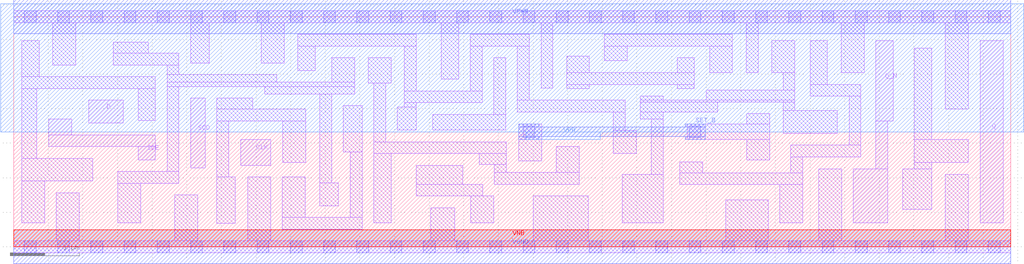
<source format=lef>
# Copyright 2020 The SkyWater PDK Authors
#
# Licensed under the Apache License, Version 2.0 (the "License");
# you may not use this file except in compliance with the License.
# You may obtain a copy of the License at
#
#     https://www.apache.org/licenses/LICENSE-2.0
#
# Unless required by applicable law or agreed to in writing, software
# distributed under the License is distributed on an "AS IS" BASIS,
# WITHOUT WARRANTIES OR CONDITIONS OF ANY KIND, either express or implied.
# See the License for the specific language governing permissions and
# limitations under the License.
#
# SPDX-License-Identifier: Apache-2.0

VERSION 5.7 ;
  NOWIREEXTENSIONATPIN ON ;
  DIVIDERCHAR "/" ;
  BUSBITCHARS "[]" ;
MACRO sky130_fd_sc_ms__sdfsbp_1
  CLASS CORE ;
  FOREIGN sky130_fd_sc_ms__sdfsbp_1 ;
  ORIGIN  0.000000  0.000000 ;
  SIZE  14.40000 BY  3.330000 ;
  SYMMETRY X Y ;
  SITE unit ;
  PIN D
    ANTENNAGATEAREA  0.178200 ;
    DIRECTION INPUT ;
    USE SIGNAL ;
    PORT
      LAYER li1 ;
        RECT 1.085000 1.790000 1.585000 2.120000 ;
    END
  END D
  PIN Q
    ANTENNADIFFAREA  0.518900 ;
    DIRECTION OUTPUT ;
    USE SIGNAL ;
    PORT
      LAYER li1 ;
        RECT 13.955000 0.350000 14.290000 2.980000 ;
    END
  END Q
  PIN Q_N
    ANTENNADIFFAREA  0.518900 ;
    DIRECTION OUTPUT ;
    USE SIGNAL ;
    PORT
      LAYER li1 ;
        RECT 12.125000 0.350000 12.620000 1.130000 ;
        RECT 12.450000 1.130000 12.620000 1.820000 ;
        RECT 12.450000 1.820000 12.705000 2.980000 ;
    END
  END Q_N
  PIN SCD
    ANTENNAGATEAREA  0.178200 ;
    DIRECTION INPUT ;
    USE SIGNAL ;
    PORT
      LAYER li1 ;
        RECT 2.555000 1.140000 2.765000 2.150000 ;
    END
  END SCD
  PIN SCE
    ANTENNAGATEAREA  0.356400 ;
    DIRECTION INPUT ;
    USE SIGNAL ;
    PORT
      LAYER li1 ;
        RECT 0.505000 1.450000 2.045000 1.620000 ;
        RECT 0.505000 1.620000 0.835000 1.850000 ;
        RECT 1.795000 1.260000 2.045000 1.450000 ;
    END
  END SCE
  PIN SET_B
    ANTENNAGATEAREA  0.277200 ;
    DIRECTION INPUT ;
    USE SIGNAL ;
    PORT
      LAYER met1 ;
        RECT 7.295000 1.550000 7.585000 1.595000 ;
        RECT 7.295000 1.595000 9.985000 1.735000 ;
        RECT 7.295000 1.735000 7.585000 1.780000 ;
        RECT 9.695000 1.550000 9.985000 1.595000 ;
        RECT 9.695000 1.735000 9.985000 1.780000 ;
    END
  END SET_B
  PIN CLK
    ANTENNAGATEAREA  0.312600 ;
    DIRECTION INPUT ;
    USE CLOCK ;
    PORT
      LAYER li1 ;
        RECT 3.275000 1.180000 3.715000 1.550000 ;
    END
  END CLK
  PIN VGND
    DIRECTION INOUT ;
    USE GROUND ;
    PORT
      LAYER met1 ;
        RECT 0.000000 -0.245000 14.400000 0.245000 ;
    END
  END VGND
  PIN VNB
    DIRECTION INOUT ;
    USE GROUND ;
    PORT
      LAYER pwell ;
        RECT 0.000000 0.000000 14.400000 0.245000 ;
    END
  END VNB
  PIN VPB
    DIRECTION INOUT ;
    USE POWER ;
    PORT
      LAYER nwell ;
        RECT -0.190000 1.660000 14.590000 3.520000 ;
        RECT  7.405000 1.555000  8.470000 1.660000 ;
    END
  END VPB
  PIN VPWR
    DIRECTION INOUT ;
    USE POWER ;
    PORT
      LAYER met1 ;
        RECT 0.000000 3.085000 14.400000 3.575000 ;
    END
  END VPWR
  OBS
    LAYER li1 ;
      RECT  0.000000 -0.085000 14.400000 0.085000 ;
      RECT  0.000000  3.245000 14.400000 3.415000 ;
      RECT  0.115000  0.350000  0.445000 0.950000 ;
      RECT  0.115000  0.950000  1.140000 1.280000 ;
      RECT  0.115000  1.280000  0.335000 2.290000 ;
      RECT  0.115000  2.290000  2.045000 2.460000 ;
      RECT  0.115000  2.460000  0.365000 2.980000 ;
      RECT  0.565000  2.630000  0.895000 3.245000 ;
      RECT  0.615000  0.085000  0.945000 0.780000 ;
      RECT  1.435000  2.630000  2.385000 2.800000 ;
      RECT  1.435000  2.800000  1.945000 2.960000 ;
      RECT  1.505000  0.350000  1.835000 0.920000 ;
      RECT  1.505000  0.920000  2.385000 1.090000 ;
      RECT  1.795000  1.830000  2.045000 2.290000 ;
      RECT  2.215000  1.090000  2.385000 2.320000 ;
      RECT  2.215000  2.320000  4.925000 2.380000 ;
      RECT  2.215000  2.380000  3.795000 2.490000 ;
      RECT  2.215000  2.490000  2.385000 2.630000 ;
      RECT  2.325000  0.085000  2.655000 0.750000 ;
      RECT  2.555000  2.660000  2.820000 3.245000 ;
      RECT  2.935000  0.340000  3.200000 1.010000 ;
      RECT  2.935000  1.010000  3.105000 1.820000 ;
      RECT  2.935000  1.820000  4.215000 1.990000 ;
      RECT  2.935000  1.990000  3.455000 2.150000 ;
      RECT  3.380000  0.085000  3.710000 1.010000 ;
      RECT  3.575000  2.660000  3.905000 3.245000 ;
      RECT  3.625000  2.210000  4.925000 2.320000 ;
      RECT  3.880000  0.255000  5.030000 0.425000 ;
      RECT  3.880000  0.425000  4.210000 1.010000 ;
      RECT  3.885000  1.220000  4.215000 1.820000 ;
      RECT  4.105000  2.550000  4.355000 2.905000 ;
      RECT  4.105000  2.905000  5.810000 3.075000 ;
      RECT  4.420000  0.595000  4.690000 0.925000 ;
      RECT  4.420000  0.925000  4.590000 2.210000 ;
      RECT  4.590000  2.380000  4.925000 2.735000 ;
      RECT  4.760000  1.370000  5.030000 2.040000 ;
      RECT  4.860000  0.425000  5.030000 1.370000 ;
      RECT  5.120000  2.370000  5.450000 2.735000 ;
      RECT  5.200000  0.350000  5.450000 1.350000 ;
      RECT  5.200000  1.350000  7.110000 1.520000 ;
      RECT  5.200000  1.520000  5.370000 2.370000 ;
      RECT  5.540000  1.690000  5.810000 2.020000 ;
      RECT  5.640000  2.020000  5.810000 2.085000 ;
      RECT  5.640000  2.085000  6.765000 2.255000 ;
      RECT  5.640000  2.255000  5.810000 2.905000 ;
      RECT  5.815000  0.735000  6.770000 0.905000 ;
      RECT  5.815000  0.905000  6.485000 1.180000 ;
      RECT  6.020000  0.085000  6.370000 0.565000 ;
      RECT  6.050000  1.690000  7.105000 1.915000 ;
      RECT  6.175000  2.425000  6.425000 3.245000 ;
      RECT  6.595000  2.255000  6.765000 2.905000 ;
      RECT  6.595000  2.905000  7.445000 3.075000 ;
      RECT  6.600000  0.350000  6.930000 0.735000 ;
      RECT  6.725000  1.190000  7.110000 1.350000 ;
      RECT  6.935000  1.915000  7.105000 2.735000 ;
      RECT  6.940000  0.905000  8.165000 1.075000 ;
      RECT  6.940000  1.075000  7.110000 1.190000 ;
      RECT  7.275000  1.950000  8.830000 2.120000 ;
      RECT  7.275000  2.120000  7.445000 2.905000 ;
      RECT  7.295000  1.245000  7.625000 1.780000 ;
      RECT  7.500000  0.085000  8.295000 0.735000 ;
      RECT  7.615000  2.295000  7.785000 3.245000 ;
      RECT  7.835000  1.075000  8.165000 1.450000 ;
      RECT  7.985000  2.290000  8.315000 2.350000 ;
      RECT  7.985000  2.350000  9.830000 2.520000 ;
      RECT  7.985000  2.520000  8.315000 2.755000 ;
      RECT  8.530000  2.690000  8.860000 2.905000 ;
      RECT  8.530000  2.905000 10.380000 3.075000 ;
      RECT  8.660000  1.350000  8.990000 1.680000 ;
      RECT  8.660000  1.680000  8.830000 1.950000 ;
      RECT  8.785000  0.350000  9.380000 1.050000 ;
      RECT  9.045000  1.850000  9.380000 1.950000 ;
      RECT  9.045000  1.950000 10.170000 2.095000 ;
      RECT  9.045000  2.095000 11.280000 2.120000 ;
      RECT  9.045000  2.120000  9.380000 2.180000 ;
      RECT  9.210000  1.050000  9.380000 1.850000 ;
      RECT  9.580000  2.290000  9.830000 2.350000 ;
      RECT  9.580000  2.520000  9.830000 2.735000 ;
      RECT  9.620000  0.900000 11.395000 1.070000 ;
      RECT  9.620000  1.070000  9.950000 1.230000 ;
      RECT  9.725000  1.550000 10.915000 1.780000 ;
      RECT 10.000000  2.120000 11.280000 2.265000 ;
      RECT 10.050000  2.520000 10.380000 2.905000 ;
      RECT 10.285000  0.085000 10.895000 0.680000 ;
      RECT 10.580000  2.520000 10.750000 3.245000 ;
      RECT 10.585000  1.255000 10.915000 1.550000 ;
      RECT 10.585000  1.780000 10.915000 1.925000 ;
      RECT 10.950000  2.520000 11.280000 2.980000 ;
      RECT 11.065000  0.350000 11.395000 0.900000 ;
      RECT 11.110000  1.640000 11.895000 1.970000 ;
      RECT 11.110000  1.970000 11.280000 2.095000 ;
      RECT 11.110000  2.265000 11.280000 2.520000 ;
      RECT 11.225000  1.070000 11.395000 1.300000 ;
      RECT 11.225000  1.300000 12.235000 1.470000 ;
      RECT 11.500000  2.180000 12.235000 2.350000 ;
      RECT 11.500000  2.350000 11.750000 2.980000 ;
      RECT 11.625000  0.085000 11.955000 1.130000 ;
      RECT 11.950000  2.520000 12.280000 3.245000 ;
      RECT 12.065000  1.470000 12.235000 2.180000 ;
      RECT 12.840000  0.540000 13.255000 1.130000 ;
      RECT 13.005000  1.130000 13.255000 1.220000 ;
      RECT 13.005000  1.220000 13.785000 1.550000 ;
      RECT 13.005000  1.550000 13.255000 2.875000 ;
      RECT 13.455000  0.085000 13.785000 1.050000 ;
      RECT 13.455000  1.995000 13.785000 3.245000 ;
    LAYER mcon ;
      RECT  0.155000 -0.085000  0.325000 0.085000 ;
      RECT  0.155000  3.245000  0.325000 3.415000 ;
      RECT  0.635000 -0.085000  0.805000 0.085000 ;
      RECT  0.635000  3.245000  0.805000 3.415000 ;
      RECT  1.115000 -0.085000  1.285000 0.085000 ;
      RECT  1.115000  3.245000  1.285000 3.415000 ;
      RECT  1.595000 -0.085000  1.765000 0.085000 ;
      RECT  1.595000  3.245000  1.765000 3.415000 ;
      RECT  2.075000 -0.085000  2.245000 0.085000 ;
      RECT  2.075000  3.245000  2.245000 3.415000 ;
      RECT  2.555000 -0.085000  2.725000 0.085000 ;
      RECT  2.555000  3.245000  2.725000 3.415000 ;
      RECT  3.035000 -0.085000  3.205000 0.085000 ;
      RECT  3.035000  3.245000  3.205000 3.415000 ;
      RECT  3.515000 -0.085000  3.685000 0.085000 ;
      RECT  3.515000  3.245000  3.685000 3.415000 ;
      RECT  3.995000 -0.085000  4.165000 0.085000 ;
      RECT  3.995000  3.245000  4.165000 3.415000 ;
      RECT  4.475000 -0.085000  4.645000 0.085000 ;
      RECT  4.475000  3.245000  4.645000 3.415000 ;
      RECT  4.955000 -0.085000  5.125000 0.085000 ;
      RECT  4.955000  3.245000  5.125000 3.415000 ;
      RECT  5.435000 -0.085000  5.605000 0.085000 ;
      RECT  5.435000  3.245000  5.605000 3.415000 ;
      RECT  5.915000 -0.085000  6.085000 0.085000 ;
      RECT  5.915000  3.245000  6.085000 3.415000 ;
      RECT  6.395000 -0.085000  6.565000 0.085000 ;
      RECT  6.395000  3.245000  6.565000 3.415000 ;
      RECT  6.875000 -0.085000  7.045000 0.085000 ;
      RECT  6.875000  3.245000  7.045000 3.415000 ;
      RECT  7.355000 -0.085000  7.525000 0.085000 ;
      RECT  7.355000  1.580000  7.525000 1.750000 ;
      RECT  7.355000  3.245000  7.525000 3.415000 ;
      RECT  7.835000 -0.085000  8.005000 0.085000 ;
      RECT  7.835000  3.245000  8.005000 3.415000 ;
      RECT  8.315000 -0.085000  8.485000 0.085000 ;
      RECT  8.315000  3.245000  8.485000 3.415000 ;
      RECT  8.795000 -0.085000  8.965000 0.085000 ;
      RECT  8.795000  3.245000  8.965000 3.415000 ;
      RECT  9.275000 -0.085000  9.445000 0.085000 ;
      RECT  9.275000  3.245000  9.445000 3.415000 ;
      RECT  9.755000 -0.085000  9.925000 0.085000 ;
      RECT  9.755000  1.580000  9.925000 1.750000 ;
      RECT  9.755000  3.245000  9.925000 3.415000 ;
      RECT 10.235000 -0.085000 10.405000 0.085000 ;
      RECT 10.235000  3.245000 10.405000 3.415000 ;
      RECT 10.715000 -0.085000 10.885000 0.085000 ;
      RECT 10.715000  3.245000 10.885000 3.415000 ;
      RECT 11.195000 -0.085000 11.365000 0.085000 ;
      RECT 11.195000  3.245000 11.365000 3.415000 ;
      RECT 11.675000 -0.085000 11.845000 0.085000 ;
      RECT 11.675000  3.245000 11.845000 3.415000 ;
      RECT 12.155000 -0.085000 12.325000 0.085000 ;
      RECT 12.155000  3.245000 12.325000 3.415000 ;
      RECT 12.635000 -0.085000 12.805000 0.085000 ;
      RECT 12.635000  3.245000 12.805000 3.415000 ;
      RECT 13.115000 -0.085000 13.285000 0.085000 ;
      RECT 13.115000  3.245000 13.285000 3.415000 ;
      RECT 13.595000 -0.085000 13.765000 0.085000 ;
      RECT 13.595000  3.245000 13.765000 3.415000 ;
      RECT 14.075000 -0.085000 14.245000 0.085000 ;
      RECT 14.075000  3.245000 14.245000 3.415000 ;
  END
END sky130_fd_sc_ms__sdfsbp_1
END LIBRARY

</source>
